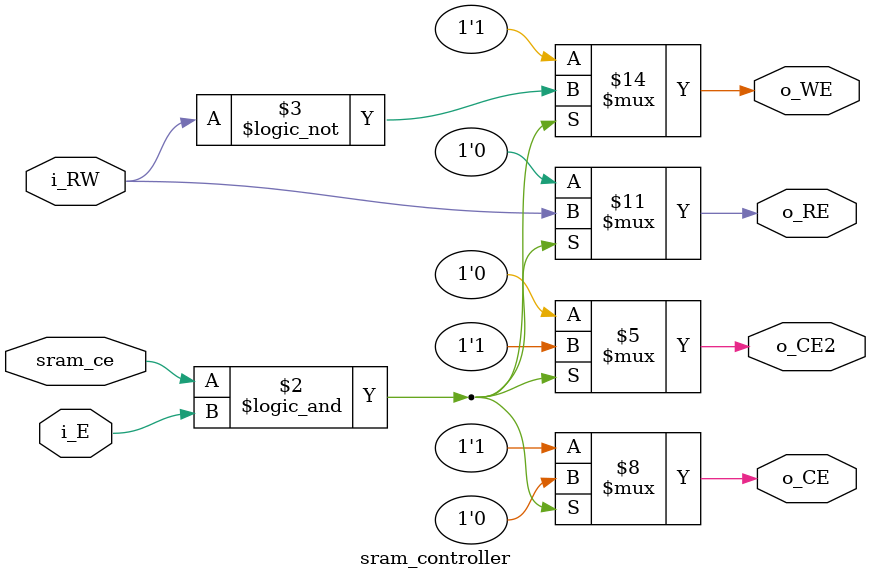
<source format=v>
module sram_controller(
    input sram_ce,      // Address decoder select
    input i_RW,         // Read/Write control signal from 6809 (low is write operation)
    input i_E,          // Enable signal from 6809
    output reg o_WE,    // SRAM Write Enable
    output reg o_RE,    // SRAM Read Enable
    output reg o_CE,    // SRAM Chip Enable (active low)
    output reg o_CE2    // SRAM Chip Enable (active high)
);

    always @(*) begin
        // Default assignments to avoid latches
        o_WE = 1'b1;  // Deactivate write enable by default
        o_RE = 1'b0;  // Deactivate read enable by default
        o_CE = 1'b1;  // SRAM not selected by default
        o_CE2 = 1'b0; // SRAM not selected by default

        // If SRAM is selected and the enable signal is active
        if (sram_ce && i_E) begin
            o_WE = !i_RW;    // Write Enable (active low) when i_RW is low
            o_RE = i_RW;     // Read Enable (active high) when i_RW is high
            o_CE = 1'b0;     // Activate SRAM chip enable (active low)
            o_CE2 = 1'b1;    // Activate SRAM chip enable (active high)
        end
    end

endmodule

</source>
